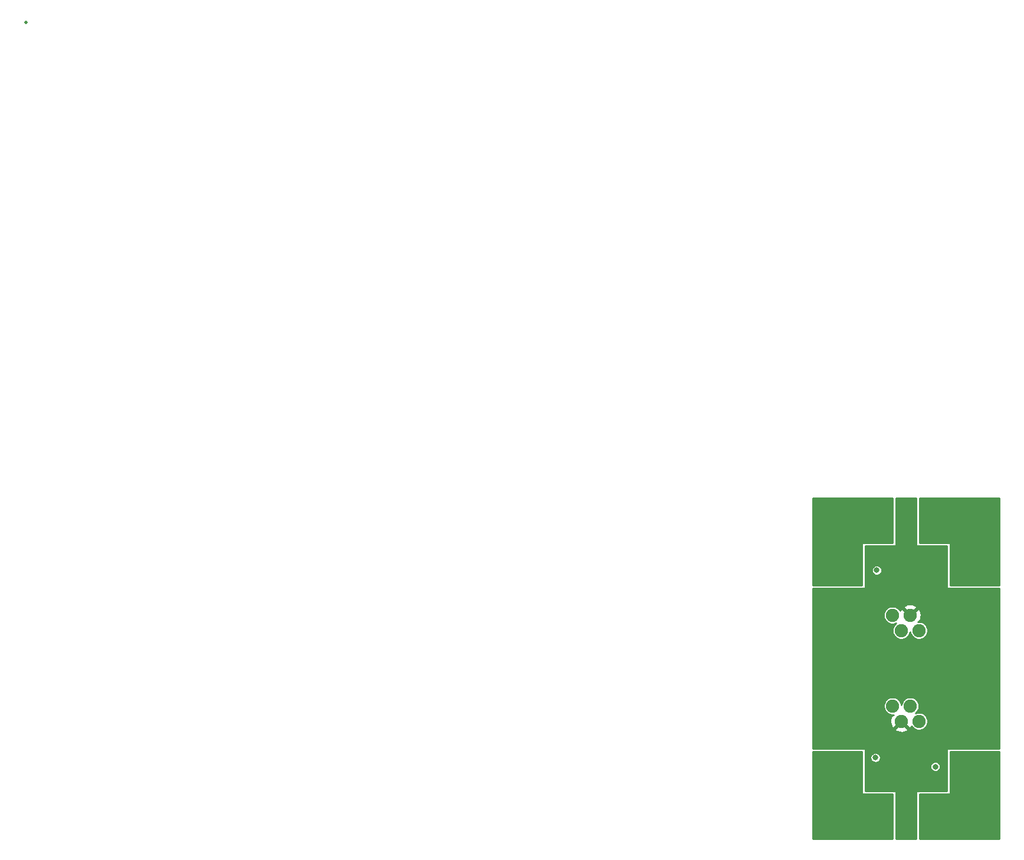
<source format=gbr>
%TF.GenerationSoftware,KiCad,Pcbnew,(5.1.10)-1*%
%TF.CreationDate,2021-07-20T09:59:38-04:00*%
%TF.ProjectId,Smart Tank Current Shunt,536d6172-7420-4546-916e-6b2043757272,rev?*%
%TF.SameCoordinates,Original*%
%TF.FileFunction,Copper,L4,Inr*%
%TF.FilePolarity,Positive*%
%FSLAX46Y46*%
G04 Gerber Fmt 4.6, Leading zero omitted, Abs format (unit mm)*
G04 Created by KiCad (PCBNEW (5.1.10)-1) date 2021-07-20 09:59:38*
%MOMM*%
%LPD*%
G01*
G04 APERTURE LIST*
%TA.AperFunction,ComponentPad*%
%ADD10C,0.500000*%
%TD*%
%TA.AperFunction,ComponentPad*%
%ADD11C,3.100000*%
%TD*%
%TA.AperFunction,ComponentPad*%
%ADD12C,3.099999*%
%TD*%
%TA.AperFunction,ComponentPad*%
%ADD13C,1.900000*%
%TD*%
%TA.AperFunction,ViaPad*%
%ADD14C,0.800000*%
%TD*%
%TA.AperFunction,Conductor*%
%ADD15C,0.254000*%
%TD*%
%TA.AperFunction,Conductor*%
%ADD16C,0.100000*%
%TD*%
G04 APERTURE END LIST*
D10*
%TO.N,Net-(J1-Pad8)*%
%TO.C,REF\u002A\u002A*%
X123060000Y-115760000D03*
%TD*%
%TO.N,Net-(J1-Pad8)*%
%TO.C,REF\u002A\u002A*%
X122160000Y-115760000D03*
%TD*%
%TO.N,Net-(J1-Pad8)*%
%TO.C,REF\u002A\u002A*%
X121260000Y-115760000D03*
%TD*%
%TO.N,Net-(J1-Pad8)*%
%TO.C,REF\u002A\u002A*%
X123060000Y-114860000D03*
%TD*%
%TO.N,Net-(J1-Pad8)*%
%TO.C,REF\u002A\u002A*%
X122160000Y-114860000D03*
%TD*%
%TO.N,Net-(J1-Pad8)*%
%TO.C,REF\u002A\u002A*%
X121260000Y-114860000D03*
%TD*%
%TO.N,Net-(J1-Pad8)*%
%TO.C,REF\u002A\u002A*%
X123060000Y-113960000D03*
%TD*%
%TO.N,Net-(J1-Pad8)*%
%TO.C,REF\u002A\u002A*%
X122160000Y-113960000D03*
%TD*%
%TO.N,Net-(J1-Pad8)*%
%TO.C,REF\u002A\u002A*%
X121260000Y-113960000D03*
%TD*%
%TO.N,Net-(J1-Pad8)*%
%TO.C,REF\u002A\u002A*%
X123060000Y-113060000D03*
%TD*%
%TO.N,Net-(J1-Pad8)*%
%TO.C,REF\u002A\u002A*%
X122160000Y-113060000D03*
%TD*%
%TO.N,Net-(J1-Pad8)*%
%TO.C,REF\u002A\u002A*%
X121260000Y-113060000D03*
%TD*%
%TO.N,Net-(J1-Pad8)*%
%TO.C,REF\u002A\u002A*%
X123060000Y-112160000D03*
%TD*%
%TO.N,Net-(J1-Pad8)*%
%TO.C,REF\u002A\u002A*%
X122160000Y-112160000D03*
%TD*%
%TO.N,Net-(J1-Pad8)*%
%TO.C,REF\u002A\u002A*%
X121260000Y-112160000D03*
%TD*%
%TO.N,Net-(J1-Pad8)*%
%TO.C,REF\u002A\u002A*%
X123060000Y-111260000D03*
%TD*%
%TO.N,Net-(J1-Pad8)*%
%TO.C,REF\u002A\u002A*%
X122160000Y-111260000D03*
%TD*%
%TO.N,Net-(J1-Pad7)*%
%TO.C,REF\u002A\u002A*%
X131300000Y-115750000D03*
%TD*%
%TO.N,Net-(J1-Pad7)*%
%TO.C,REF\u002A\u002A*%
X130400000Y-115750000D03*
%TD*%
%TO.N,Net-(J1-Pad7)*%
%TO.C,REF\u002A\u002A*%
X129500000Y-115750000D03*
%TD*%
%TO.N,Net-(J1-Pad7)*%
%TO.C,REF\u002A\u002A*%
X131300000Y-114850000D03*
%TD*%
%TO.N,Net-(J1-Pad7)*%
%TO.C,REF\u002A\u002A*%
X130400000Y-114850000D03*
%TD*%
%TO.N,Net-(J1-Pad7)*%
%TO.C,REF\u002A\u002A*%
X129500000Y-114850000D03*
%TD*%
%TO.N,Net-(J1-Pad7)*%
%TO.C,REF\u002A\u002A*%
X131300000Y-113950000D03*
%TD*%
%TO.N,Net-(J1-Pad7)*%
%TO.C,REF\u002A\u002A*%
X130400000Y-113950000D03*
%TD*%
%TO.N,Net-(J1-Pad7)*%
%TO.C,REF\u002A\u002A*%
X129500000Y-113950000D03*
%TD*%
%TO.N,Net-(J1-Pad7)*%
%TO.C,REF\u002A\u002A*%
X131300000Y-113050000D03*
%TD*%
%TO.N,Net-(J1-Pad7)*%
%TO.C,REF\u002A\u002A*%
X130400000Y-113050000D03*
%TD*%
%TO.N,Net-(J1-Pad7)*%
%TO.C,REF\u002A\u002A*%
X129500000Y-113050000D03*
%TD*%
%TO.N,Net-(J1-Pad7)*%
%TO.C,REF\u002A\u002A*%
X131300000Y-112150000D03*
%TD*%
%TO.N,Net-(J1-Pad7)*%
%TO.C,REF\u002A\u002A*%
X130400000Y-112150000D03*
%TD*%
%TO.N,Net-(J1-Pad7)*%
%TO.C,REF\u002A\u002A*%
X129500000Y-112150000D03*
%TD*%
%TO.N,Net-(J1-Pad7)*%
%TO.C,REF\u002A\u002A*%
X131300000Y-111250000D03*
%TD*%
%TO.N,Net-(J1-Pad7)*%
%TO.C,REF\u002A\u002A*%
X130400000Y-111250000D03*
%TD*%
%TO.N,Net-(J1-Pad2)*%
%TO.C,REF\u002A\u002A*%
X131300000Y-74350000D03*
%TD*%
%TO.N,Net-(J1-Pad2)*%
%TO.C,REF\u002A\u002A*%
X130400000Y-74350000D03*
%TD*%
%TO.N,Net-(J1-Pad2)*%
%TO.C,REF\u002A\u002A*%
X129500000Y-74350000D03*
%TD*%
%TO.N,Net-(J1-Pad2)*%
%TO.C,REF\u002A\u002A*%
X131300000Y-73450000D03*
%TD*%
%TO.N,Net-(J1-Pad2)*%
%TO.C,REF\u002A\u002A*%
X130400000Y-73450000D03*
%TD*%
%TO.N,Net-(J1-Pad2)*%
%TO.C,REF\u002A\u002A*%
X129500000Y-73450000D03*
%TD*%
%TO.N,Net-(J1-Pad2)*%
%TO.C,REF\u002A\u002A*%
X131300000Y-72550000D03*
%TD*%
%TO.N,Net-(J1-Pad2)*%
%TO.C,REF\u002A\u002A*%
X130400000Y-72550000D03*
%TD*%
%TO.N,Net-(J1-Pad2)*%
%TO.C,REF\u002A\u002A*%
X129500000Y-72550000D03*
%TD*%
%TO.N,Net-(J1-Pad2)*%
%TO.C,REF\u002A\u002A*%
X131300000Y-71650000D03*
%TD*%
%TO.N,Net-(J1-Pad2)*%
%TO.C,REF\u002A\u002A*%
X130400000Y-71650000D03*
%TD*%
%TO.N,Net-(J1-Pad2)*%
%TO.C,REF\u002A\u002A*%
X129500000Y-71650000D03*
%TD*%
%TO.N,Net-(J1-Pad2)*%
%TO.C,REF\u002A\u002A*%
X131300000Y-70750000D03*
%TD*%
%TO.N,Net-(J1-Pad2)*%
%TO.C,REF\u002A\u002A*%
X130400000Y-70750000D03*
%TD*%
%TO.N,Net-(J1-Pad2)*%
%TO.C,REF\u002A\u002A*%
X129500000Y-70750000D03*
%TD*%
%TO.N,Net-(J1-Pad2)*%
%TO.C,REF\u002A\u002A*%
X131300000Y-69850000D03*
%TD*%
%TO.N,Net-(J1-Pad2)*%
%TO.C,REF\u002A\u002A*%
X130400000Y-69850000D03*
%TD*%
%TO.N,Net-(J1-Pad1)*%
%TO.C,REF\u002A\u002A*%
X123070000Y-74360000D03*
%TD*%
%TO.N,Net-(J1-Pad1)*%
%TO.C,REF\u002A\u002A*%
X122170000Y-74360000D03*
%TD*%
%TO.N,Net-(J1-Pad1)*%
%TO.C,REF\u002A\u002A*%
X121270000Y-74360000D03*
%TD*%
%TO.N,Net-(J1-Pad1)*%
%TO.C,REF\u002A\u002A*%
X123070000Y-73460000D03*
%TD*%
%TO.N,Net-(J1-Pad1)*%
%TO.C,REF\u002A\u002A*%
X122170000Y-73460000D03*
%TD*%
%TO.N,Net-(J1-Pad1)*%
%TO.C,REF\u002A\u002A*%
X121270000Y-73460000D03*
%TD*%
%TO.N,Net-(J1-Pad1)*%
%TO.C,REF\u002A\u002A*%
X123070000Y-72560000D03*
%TD*%
%TO.N,Net-(J1-Pad1)*%
%TO.C,REF\u002A\u002A*%
X122170000Y-72560000D03*
%TD*%
%TO.N,Net-(J1-Pad1)*%
%TO.C,REF\u002A\u002A*%
X121270000Y-72560000D03*
%TD*%
%TO.N,Net-(J1-Pad1)*%
%TO.C,REF\u002A\u002A*%
X123070000Y-71660000D03*
%TD*%
%TO.N,Net-(J1-Pad1)*%
%TO.C,REF\u002A\u002A*%
X122170000Y-71660000D03*
%TD*%
%TO.N,Net-(J1-Pad1)*%
%TO.C,REF\u002A\u002A*%
X121270000Y-71660000D03*
%TD*%
%TO.N,Net-(J1-Pad1)*%
%TO.C,REF\u002A\u002A*%
X123070000Y-70760000D03*
%TD*%
%TO.N,Net-(J1-Pad1)*%
%TO.C,REF\u002A\u002A*%
X122170000Y-70760000D03*
%TD*%
%TO.N,Net-(J1-Pad1)*%
%TO.C,REF\u002A\u002A*%
X121270000Y-70760000D03*
%TD*%
%TO.N,Net-(J1-Pad1)*%
%TO.C,REF\u002A\u002A*%
X123070000Y-69860000D03*
%TD*%
%TO.N,Net-(J1-Pad1)*%
%TO.C,REF\u002A\u002A*%
X122170000Y-69860000D03*
%TD*%
%TO.N,Net-(J1-Pad8)*%
%TO.C,REF\u002A\u002A*%
X121260000Y-111260000D03*
%TD*%
%TO.N,Net-(J1-Pad2)*%
%TO.C,REF\u002A\u002A*%
X129500000Y-69850000D03*
%TD*%
%TO.N,Net-(J1-Pad1)*%
%TO.C,REF\u002A\u002A*%
X121270000Y-69860000D03*
%TD*%
%TO.N,Net-(J1-Pad7)*%
%TO.C,REF\u002A\u002A*%
X129500000Y-111250000D03*
%TD*%
%TO.N,N/C*%
%TO.C,REF\u002A\u002A*%
X0Y0D03*
%TD*%
D11*
%TO.N,Net-(J1-Pad1)*%
%TO.C,J1*%
X115740000Y-72300770D03*
X115740000Y-77380770D03*
D12*
%TO.N,Net-(J1-Pad2)*%
X136740000Y-72300770D03*
X136740000Y-77380770D03*
D13*
%TO.N,Net-(J1-Pad3)*%
X124340000Y-85150000D03*
%TO.N,Earth*%
X126880000Y-85150000D03*
%TO.N,Net-(CTRL_AMPS1-Pad5)*%
X125610000Y-87360000D03*
%TO.N,Net-(C1-Pad1)*%
X128150000Y-87360000D03*
D12*
%TO.N,Net-(J1-Pad8)*%
X115750000Y-108160770D03*
X115750000Y-113240770D03*
%TO.N,Net-(J1-Pad7)*%
X136740000Y-108160770D03*
X136740000Y-113240770D03*
D13*
%TO.N,Net-(J1-Pad9)*%
X128150000Y-100400000D03*
%TO.N,Net-(J1-Pad10)*%
X126892132Y-98200000D03*
%TO.N,Earth*%
X125610000Y-100400000D03*
%TO.N,Net-(C2-Pad1)*%
X124352132Y-98200000D03*
%TD*%
D14*
%TO.N,Net-(C2-Pad1)*%
X121900000Y-105600000D03*
%TO.N,Net-(CTRL_AMPS1-Pad5)*%
X122100000Y-78700000D03*
%TO.N,Net-(J1-Pad10)*%
X130500000Y-106900000D03*
%TD*%
D15*
%TO.N,Earth*%
X127773000Y-75100000D02*
X127775440Y-75124776D01*
X127782667Y-75148601D01*
X127794403Y-75170557D01*
X127810197Y-75189803D01*
X127829443Y-75205597D01*
X127851399Y-75217333D01*
X127875224Y-75224560D01*
X127900000Y-75227000D01*
X132173000Y-75227000D01*
X132173000Y-81200000D01*
X132175440Y-81224776D01*
X132182667Y-81248601D01*
X132194403Y-81270557D01*
X132210197Y-81289803D01*
X132229443Y-81305597D01*
X132251399Y-81317333D01*
X132275224Y-81324560D01*
X132300000Y-81327000D01*
X139648000Y-81327000D01*
X139648001Y-104273000D01*
X132300000Y-104273000D01*
X132275224Y-104275440D01*
X132251399Y-104282667D01*
X132229443Y-104294403D01*
X132210197Y-104310197D01*
X132194403Y-104329443D01*
X132182667Y-104351399D01*
X132175440Y-104375224D01*
X132173000Y-104400000D01*
X132173000Y-110373000D01*
X127900000Y-110373000D01*
X127875224Y-110375440D01*
X127851399Y-110382667D01*
X127829443Y-110394403D01*
X127810197Y-110410197D01*
X127794403Y-110429443D01*
X127782667Y-110451399D01*
X127775440Y-110475224D01*
X127773000Y-110500000D01*
X127773000Y-117248000D01*
X124827000Y-117248000D01*
X124827000Y-110500000D01*
X124824560Y-110475224D01*
X124817333Y-110451399D01*
X124805597Y-110429443D01*
X124789803Y-110410197D01*
X124770557Y-110394403D01*
X124748601Y-110382667D01*
X124724776Y-110375440D01*
X124700000Y-110373000D01*
X120427000Y-110373000D01*
X120427000Y-106828397D01*
X129773000Y-106828397D01*
X129773000Y-106971603D01*
X129800938Y-107112058D01*
X129855741Y-107244364D01*
X129935302Y-107363436D01*
X130036564Y-107464698D01*
X130155636Y-107544259D01*
X130287942Y-107599062D01*
X130428397Y-107627000D01*
X130571603Y-107627000D01*
X130712058Y-107599062D01*
X130844364Y-107544259D01*
X130963436Y-107464698D01*
X131064698Y-107363436D01*
X131144259Y-107244364D01*
X131199062Y-107112058D01*
X131227000Y-106971603D01*
X131227000Y-106828397D01*
X131199062Y-106687942D01*
X131144259Y-106555636D01*
X131064698Y-106436564D01*
X130963436Y-106335302D01*
X130844364Y-106255741D01*
X130712058Y-106200938D01*
X130571603Y-106173000D01*
X130428397Y-106173000D01*
X130287942Y-106200938D01*
X130155636Y-106255741D01*
X130036564Y-106335302D01*
X129935302Y-106436564D01*
X129855741Y-106555636D01*
X129800938Y-106687942D01*
X129773000Y-106828397D01*
X120427000Y-106828397D01*
X120427000Y-105528397D01*
X121173000Y-105528397D01*
X121173000Y-105671603D01*
X121200938Y-105812058D01*
X121255741Y-105944364D01*
X121335302Y-106063436D01*
X121436564Y-106164698D01*
X121555636Y-106244259D01*
X121687942Y-106299062D01*
X121828397Y-106327000D01*
X121971603Y-106327000D01*
X122112058Y-106299062D01*
X122244364Y-106244259D01*
X122363436Y-106164698D01*
X122464698Y-106063436D01*
X122544259Y-105944364D01*
X122599062Y-105812058D01*
X122627000Y-105671603D01*
X122627000Y-105528397D01*
X122599062Y-105387942D01*
X122544259Y-105255636D01*
X122464698Y-105136564D01*
X122363436Y-105035302D01*
X122244364Y-104955741D01*
X122112058Y-104900938D01*
X121971603Y-104873000D01*
X121828397Y-104873000D01*
X121687942Y-104900938D01*
X121555636Y-104955741D01*
X121436564Y-105035302D01*
X121335302Y-105136564D01*
X121255741Y-105255636D01*
X121200938Y-105387942D01*
X121173000Y-105528397D01*
X120427000Y-105528397D01*
X120427000Y-104400000D01*
X120424560Y-104375224D01*
X120417333Y-104351399D01*
X120405597Y-104329443D01*
X120389803Y-104310197D01*
X120370557Y-104294403D01*
X120348601Y-104282667D01*
X120324776Y-104275440D01*
X120300000Y-104273000D01*
X112952000Y-104273000D01*
X112952000Y-101499752D01*
X124689853Y-101499752D01*
X124779579Y-101759042D01*
X125060671Y-101894935D01*
X125362873Y-101973379D01*
X125674573Y-101991359D01*
X125983791Y-101948184D01*
X126278644Y-101845513D01*
X126440421Y-101759042D01*
X126530147Y-101499752D01*
X125610000Y-100579605D01*
X124689853Y-101499752D01*
X112952000Y-101499752D01*
X112952000Y-98074226D01*
X123075132Y-98074226D01*
X123075132Y-98325774D01*
X123124206Y-98572487D01*
X123220469Y-98804886D01*
X123360221Y-99014040D01*
X123538092Y-99191911D01*
X123747246Y-99331663D01*
X123979645Y-99427926D01*
X124226358Y-99477000D01*
X124477906Y-99477000D01*
X124502500Y-99472108D01*
X124510246Y-99479854D01*
X124250958Y-99569579D01*
X124115065Y-99850671D01*
X124036621Y-100152873D01*
X124018641Y-100464573D01*
X124061816Y-100773791D01*
X124164487Y-101068644D01*
X124250958Y-101230421D01*
X124510248Y-101320147D01*
X125430395Y-100400000D01*
X125416253Y-100385858D01*
X125595858Y-100206253D01*
X125610000Y-100220395D01*
X125624143Y-100206253D01*
X125803748Y-100385858D01*
X125789605Y-100400000D01*
X126709752Y-101320147D01*
X126969042Y-101230421D01*
X127052998Y-101056760D01*
X127158089Y-101214040D01*
X127335960Y-101391911D01*
X127545114Y-101531663D01*
X127777513Y-101627926D01*
X128024226Y-101677000D01*
X128275774Y-101677000D01*
X128522487Y-101627926D01*
X128754886Y-101531663D01*
X128964040Y-101391911D01*
X129141911Y-101214040D01*
X129281663Y-101004886D01*
X129377926Y-100772487D01*
X129427000Y-100525774D01*
X129427000Y-100274226D01*
X129377926Y-100027513D01*
X129281663Y-99795114D01*
X129141911Y-99585960D01*
X128964040Y-99408089D01*
X128754886Y-99268337D01*
X128522487Y-99172074D01*
X128275774Y-99123000D01*
X128024226Y-99123000D01*
X127777513Y-99172074D01*
X127667924Y-99217467D01*
X127706172Y-99191911D01*
X127884043Y-99014040D01*
X128023795Y-98804886D01*
X128120058Y-98572487D01*
X128169132Y-98325774D01*
X128169132Y-98074226D01*
X128120058Y-97827513D01*
X128023795Y-97595114D01*
X127884043Y-97385960D01*
X127706172Y-97208089D01*
X127497018Y-97068337D01*
X127264619Y-96972074D01*
X127017906Y-96923000D01*
X126766358Y-96923000D01*
X126519645Y-96972074D01*
X126287246Y-97068337D01*
X126078092Y-97208089D01*
X125900221Y-97385960D01*
X125760469Y-97595114D01*
X125664206Y-97827513D01*
X125622132Y-98039034D01*
X125580058Y-97827513D01*
X125483795Y-97595114D01*
X125344043Y-97385960D01*
X125166172Y-97208089D01*
X124957018Y-97068337D01*
X124724619Y-96972074D01*
X124477906Y-96923000D01*
X124226358Y-96923000D01*
X123979645Y-96972074D01*
X123747246Y-97068337D01*
X123538092Y-97208089D01*
X123360221Y-97385960D01*
X123220469Y-97595114D01*
X123124206Y-97827513D01*
X123075132Y-98074226D01*
X112952000Y-98074226D01*
X112952000Y-85024226D01*
X123063000Y-85024226D01*
X123063000Y-85275774D01*
X123112074Y-85522487D01*
X123208337Y-85754886D01*
X123348089Y-85964040D01*
X123525960Y-86141911D01*
X123735114Y-86281663D01*
X123967513Y-86377926D01*
X124214226Y-86427000D01*
X124465774Y-86427000D01*
X124712487Y-86377926D01*
X124893371Y-86303001D01*
X124795960Y-86368089D01*
X124618089Y-86545960D01*
X124478337Y-86755114D01*
X124382074Y-86987513D01*
X124333000Y-87234226D01*
X124333000Y-87485774D01*
X124382074Y-87732487D01*
X124478337Y-87964886D01*
X124618089Y-88174040D01*
X124795960Y-88351911D01*
X125005114Y-88491663D01*
X125237513Y-88587926D01*
X125484226Y-88637000D01*
X125735774Y-88637000D01*
X125982487Y-88587926D01*
X126214886Y-88491663D01*
X126424040Y-88351911D01*
X126601911Y-88174040D01*
X126741663Y-87964886D01*
X126837926Y-87732487D01*
X126880000Y-87520966D01*
X126922074Y-87732487D01*
X127018337Y-87964886D01*
X127158089Y-88174040D01*
X127335960Y-88351911D01*
X127545114Y-88491663D01*
X127777513Y-88587926D01*
X128024226Y-88637000D01*
X128275774Y-88637000D01*
X128522487Y-88587926D01*
X128754886Y-88491663D01*
X128964040Y-88351911D01*
X129141911Y-88174040D01*
X129281663Y-87964886D01*
X129377926Y-87732487D01*
X129427000Y-87485774D01*
X129427000Y-87234226D01*
X129377926Y-86987513D01*
X129281663Y-86755114D01*
X129141911Y-86545960D01*
X128964040Y-86368089D01*
X128754886Y-86228337D01*
X128522487Y-86132074D01*
X128275774Y-86083000D01*
X128024226Y-86083000D01*
X127997854Y-86088246D01*
X127979754Y-86070146D01*
X128239042Y-85980421D01*
X128374935Y-85699329D01*
X128453379Y-85397127D01*
X128471359Y-85085427D01*
X128428184Y-84776209D01*
X128325513Y-84481356D01*
X128239042Y-84319579D01*
X127979752Y-84229853D01*
X127059605Y-85150000D01*
X127073748Y-85164143D01*
X126894143Y-85343748D01*
X126880000Y-85329605D01*
X126865858Y-85343748D01*
X126686253Y-85164143D01*
X126700395Y-85150000D01*
X125780248Y-84229853D01*
X125520958Y-84319579D01*
X125437002Y-84493240D01*
X125331911Y-84335960D01*
X125154040Y-84158089D01*
X124992645Y-84050248D01*
X125959853Y-84050248D01*
X126880000Y-84970395D01*
X127800147Y-84050248D01*
X127710421Y-83790958D01*
X127429329Y-83655065D01*
X127127127Y-83576621D01*
X126815427Y-83558641D01*
X126506209Y-83601816D01*
X126211356Y-83704487D01*
X126049579Y-83790958D01*
X125959853Y-84050248D01*
X124992645Y-84050248D01*
X124944886Y-84018337D01*
X124712487Y-83922074D01*
X124465774Y-83873000D01*
X124214226Y-83873000D01*
X123967513Y-83922074D01*
X123735114Y-84018337D01*
X123525960Y-84158089D01*
X123348089Y-84335960D01*
X123208337Y-84545114D01*
X123112074Y-84777513D01*
X123063000Y-85024226D01*
X112952000Y-85024226D01*
X112952000Y-81327000D01*
X120300000Y-81327000D01*
X120324776Y-81324560D01*
X120348601Y-81317333D01*
X120370557Y-81305597D01*
X120389803Y-81289803D01*
X120405597Y-81270557D01*
X120417333Y-81248601D01*
X120424560Y-81224776D01*
X120427000Y-81200000D01*
X120427000Y-78628397D01*
X121373000Y-78628397D01*
X121373000Y-78771603D01*
X121400938Y-78912058D01*
X121455741Y-79044364D01*
X121535302Y-79163436D01*
X121636564Y-79264698D01*
X121755636Y-79344259D01*
X121887942Y-79399062D01*
X122028397Y-79427000D01*
X122171603Y-79427000D01*
X122312058Y-79399062D01*
X122444364Y-79344259D01*
X122563436Y-79264698D01*
X122664698Y-79163436D01*
X122744259Y-79044364D01*
X122799062Y-78912058D01*
X122827000Y-78771603D01*
X122827000Y-78628397D01*
X122799062Y-78487942D01*
X122744259Y-78355636D01*
X122664698Y-78236564D01*
X122563436Y-78135302D01*
X122444364Y-78055741D01*
X122312058Y-78000938D01*
X122171603Y-77973000D01*
X122028397Y-77973000D01*
X121887942Y-78000938D01*
X121755636Y-78055741D01*
X121636564Y-78135302D01*
X121535302Y-78236564D01*
X121455741Y-78355636D01*
X121400938Y-78487942D01*
X121373000Y-78628397D01*
X120427000Y-78628397D01*
X120427000Y-75227000D01*
X124700000Y-75227000D01*
X124724776Y-75224560D01*
X124748601Y-75217333D01*
X124770557Y-75205597D01*
X124789803Y-75189803D01*
X124805597Y-75170557D01*
X124817333Y-75148601D01*
X124824560Y-75124776D01*
X124827000Y-75100000D01*
X124827000Y-68352000D01*
X127773000Y-68352000D01*
X127773000Y-75100000D01*
%TA.AperFunction,Conductor*%
D16*
G36*
X127773000Y-75100000D02*
G01*
X127775440Y-75124776D01*
X127782667Y-75148601D01*
X127794403Y-75170557D01*
X127810197Y-75189803D01*
X127829443Y-75205597D01*
X127851399Y-75217333D01*
X127875224Y-75224560D01*
X127900000Y-75227000D01*
X132173000Y-75227000D01*
X132173000Y-81200000D01*
X132175440Y-81224776D01*
X132182667Y-81248601D01*
X132194403Y-81270557D01*
X132210197Y-81289803D01*
X132229443Y-81305597D01*
X132251399Y-81317333D01*
X132275224Y-81324560D01*
X132300000Y-81327000D01*
X139648000Y-81327000D01*
X139648001Y-104273000D01*
X132300000Y-104273000D01*
X132275224Y-104275440D01*
X132251399Y-104282667D01*
X132229443Y-104294403D01*
X132210197Y-104310197D01*
X132194403Y-104329443D01*
X132182667Y-104351399D01*
X132175440Y-104375224D01*
X132173000Y-104400000D01*
X132173000Y-110373000D01*
X127900000Y-110373000D01*
X127875224Y-110375440D01*
X127851399Y-110382667D01*
X127829443Y-110394403D01*
X127810197Y-110410197D01*
X127794403Y-110429443D01*
X127782667Y-110451399D01*
X127775440Y-110475224D01*
X127773000Y-110500000D01*
X127773000Y-117248000D01*
X124827000Y-117248000D01*
X124827000Y-110500000D01*
X124824560Y-110475224D01*
X124817333Y-110451399D01*
X124805597Y-110429443D01*
X124789803Y-110410197D01*
X124770557Y-110394403D01*
X124748601Y-110382667D01*
X124724776Y-110375440D01*
X124700000Y-110373000D01*
X120427000Y-110373000D01*
X120427000Y-106828397D01*
X129773000Y-106828397D01*
X129773000Y-106971603D01*
X129800938Y-107112058D01*
X129855741Y-107244364D01*
X129935302Y-107363436D01*
X130036564Y-107464698D01*
X130155636Y-107544259D01*
X130287942Y-107599062D01*
X130428397Y-107627000D01*
X130571603Y-107627000D01*
X130712058Y-107599062D01*
X130844364Y-107544259D01*
X130963436Y-107464698D01*
X131064698Y-107363436D01*
X131144259Y-107244364D01*
X131199062Y-107112058D01*
X131227000Y-106971603D01*
X131227000Y-106828397D01*
X131199062Y-106687942D01*
X131144259Y-106555636D01*
X131064698Y-106436564D01*
X130963436Y-106335302D01*
X130844364Y-106255741D01*
X130712058Y-106200938D01*
X130571603Y-106173000D01*
X130428397Y-106173000D01*
X130287942Y-106200938D01*
X130155636Y-106255741D01*
X130036564Y-106335302D01*
X129935302Y-106436564D01*
X129855741Y-106555636D01*
X129800938Y-106687942D01*
X129773000Y-106828397D01*
X120427000Y-106828397D01*
X120427000Y-105528397D01*
X121173000Y-105528397D01*
X121173000Y-105671603D01*
X121200938Y-105812058D01*
X121255741Y-105944364D01*
X121335302Y-106063436D01*
X121436564Y-106164698D01*
X121555636Y-106244259D01*
X121687942Y-106299062D01*
X121828397Y-106327000D01*
X121971603Y-106327000D01*
X122112058Y-106299062D01*
X122244364Y-106244259D01*
X122363436Y-106164698D01*
X122464698Y-106063436D01*
X122544259Y-105944364D01*
X122599062Y-105812058D01*
X122627000Y-105671603D01*
X122627000Y-105528397D01*
X122599062Y-105387942D01*
X122544259Y-105255636D01*
X122464698Y-105136564D01*
X122363436Y-105035302D01*
X122244364Y-104955741D01*
X122112058Y-104900938D01*
X121971603Y-104873000D01*
X121828397Y-104873000D01*
X121687942Y-104900938D01*
X121555636Y-104955741D01*
X121436564Y-105035302D01*
X121335302Y-105136564D01*
X121255741Y-105255636D01*
X121200938Y-105387942D01*
X121173000Y-105528397D01*
X120427000Y-105528397D01*
X120427000Y-104400000D01*
X120424560Y-104375224D01*
X120417333Y-104351399D01*
X120405597Y-104329443D01*
X120389803Y-104310197D01*
X120370557Y-104294403D01*
X120348601Y-104282667D01*
X120324776Y-104275440D01*
X120300000Y-104273000D01*
X112952000Y-104273000D01*
X112952000Y-101499752D01*
X124689853Y-101499752D01*
X124779579Y-101759042D01*
X125060671Y-101894935D01*
X125362873Y-101973379D01*
X125674573Y-101991359D01*
X125983791Y-101948184D01*
X126278644Y-101845513D01*
X126440421Y-101759042D01*
X126530147Y-101499752D01*
X125610000Y-100579605D01*
X124689853Y-101499752D01*
X112952000Y-101499752D01*
X112952000Y-98074226D01*
X123075132Y-98074226D01*
X123075132Y-98325774D01*
X123124206Y-98572487D01*
X123220469Y-98804886D01*
X123360221Y-99014040D01*
X123538092Y-99191911D01*
X123747246Y-99331663D01*
X123979645Y-99427926D01*
X124226358Y-99477000D01*
X124477906Y-99477000D01*
X124502500Y-99472108D01*
X124510246Y-99479854D01*
X124250958Y-99569579D01*
X124115065Y-99850671D01*
X124036621Y-100152873D01*
X124018641Y-100464573D01*
X124061816Y-100773791D01*
X124164487Y-101068644D01*
X124250958Y-101230421D01*
X124510248Y-101320147D01*
X125430395Y-100400000D01*
X125416253Y-100385858D01*
X125595858Y-100206253D01*
X125610000Y-100220395D01*
X125624143Y-100206253D01*
X125803748Y-100385858D01*
X125789605Y-100400000D01*
X126709752Y-101320147D01*
X126969042Y-101230421D01*
X127052998Y-101056760D01*
X127158089Y-101214040D01*
X127335960Y-101391911D01*
X127545114Y-101531663D01*
X127777513Y-101627926D01*
X128024226Y-101677000D01*
X128275774Y-101677000D01*
X128522487Y-101627926D01*
X128754886Y-101531663D01*
X128964040Y-101391911D01*
X129141911Y-101214040D01*
X129281663Y-101004886D01*
X129377926Y-100772487D01*
X129427000Y-100525774D01*
X129427000Y-100274226D01*
X129377926Y-100027513D01*
X129281663Y-99795114D01*
X129141911Y-99585960D01*
X128964040Y-99408089D01*
X128754886Y-99268337D01*
X128522487Y-99172074D01*
X128275774Y-99123000D01*
X128024226Y-99123000D01*
X127777513Y-99172074D01*
X127667924Y-99217467D01*
X127706172Y-99191911D01*
X127884043Y-99014040D01*
X128023795Y-98804886D01*
X128120058Y-98572487D01*
X128169132Y-98325774D01*
X128169132Y-98074226D01*
X128120058Y-97827513D01*
X128023795Y-97595114D01*
X127884043Y-97385960D01*
X127706172Y-97208089D01*
X127497018Y-97068337D01*
X127264619Y-96972074D01*
X127017906Y-96923000D01*
X126766358Y-96923000D01*
X126519645Y-96972074D01*
X126287246Y-97068337D01*
X126078092Y-97208089D01*
X125900221Y-97385960D01*
X125760469Y-97595114D01*
X125664206Y-97827513D01*
X125622132Y-98039034D01*
X125580058Y-97827513D01*
X125483795Y-97595114D01*
X125344043Y-97385960D01*
X125166172Y-97208089D01*
X124957018Y-97068337D01*
X124724619Y-96972074D01*
X124477906Y-96923000D01*
X124226358Y-96923000D01*
X123979645Y-96972074D01*
X123747246Y-97068337D01*
X123538092Y-97208089D01*
X123360221Y-97385960D01*
X123220469Y-97595114D01*
X123124206Y-97827513D01*
X123075132Y-98074226D01*
X112952000Y-98074226D01*
X112952000Y-85024226D01*
X123063000Y-85024226D01*
X123063000Y-85275774D01*
X123112074Y-85522487D01*
X123208337Y-85754886D01*
X123348089Y-85964040D01*
X123525960Y-86141911D01*
X123735114Y-86281663D01*
X123967513Y-86377926D01*
X124214226Y-86427000D01*
X124465774Y-86427000D01*
X124712487Y-86377926D01*
X124893371Y-86303001D01*
X124795960Y-86368089D01*
X124618089Y-86545960D01*
X124478337Y-86755114D01*
X124382074Y-86987513D01*
X124333000Y-87234226D01*
X124333000Y-87485774D01*
X124382074Y-87732487D01*
X124478337Y-87964886D01*
X124618089Y-88174040D01*
X124795960Y-88351911D01*
X125005114Y-88491663D01*
X125237513Y-88587926D01*
X125484226Y-88637000D01*
X125735774Y-88637000D01*
X125982487Y-88587926D01*
X126214886Y-88491663D01*
X126424040Y-88351911D01*
X126601911Y-88174040D01*
X126741663Y-87964886D01*
X126837926Y-87732487D01*
X126880000Y-87520966D01*
X126922074Y-87732487D01*
X127018337Y-87964886D01*
X127158089Y-88174040D01*
X127335960Y-88351911D01*
X127545114Y-88491663D01*
X127777513Y-88587926D01*
X128024226Y-88637000D01*
X128275774Y-88637000D01*
X128522487Y-88587926D01*
X128754886Y-88491663D01*
X128964040Y-88351911D01*
X129141911Y-88174040D01*
X129281663Y-87964886D01*
X129377926Y-87732487D01*
X129427000Y-87485774D01*
X129427000Y-87234226D01*
X129377926Y-86987513D01*
X129281663Y-86755114D01*
X129141911Y-86545960D01*
X128964040Y-86368089D01*
X128754886Y-86228337D01*
X128522487Y-86132074D01*
X128275774Y-86083000D01*
X128024226Y-86083000D01*
X127997854Y-86088246D01*
X127979754Y-86070146D01*
X128239042Y-85980421D01*
X128374935Y-85699329D01*
X128453379Y-85397127D01*
X128471359Y-85085427D01*
X128428184Y-84776209D01*
X128325513Y-84481356D01*
X128239042Y-84319579D01*
X127979752Y-84229853D01*
X127059605Y-85150000D01*
X127073748Y-85164143D01*
X126894143Y-85343748D01*
X126880000Y-85329605D01*
X126865858Y-85343748D01*
X126686253Y-85164143D01*
X126700395Y-85150000D01*
X125780248Y-84229853D01*
X125520958Y-84319579D01*
X125437002Y-84493240D01*
X125331911Y-84335960D01*
X125154040Y-84158089D01*
X124992645Y-84050248D01*
X125959853Y-84050248D01*
X126880000Y-84970395D01*
X127800147Y-84050248D01*
X127710421Y-83790958D01*
X127429329Y-83655065D01*
X127127127Y-83576621D01*
X126815427Y-83558641D01*
X126506209Y-83601816D01*
X126211356Y-83704487D01*
X126049579Y-83790958D01*
X125959853Y-84050248D01*
X124992645Y-84050248D01*
X124944886Y-84018337D01*
X124712487Y-83922074D01*
X124465774Y-83873000D01*
X124214226Y-83873000D01*
X123967513Y-83922074D01*
X123735114Y-84018337D01*
X123525960Y-84158089D01*
X123348089Y-84335960D01*
X123208337Y-84545114D01*
X123112074Y-84777513D01*
X123063000Y-85024226D01*
X112952000Y-85024226D01*
X112952000Y-81327000D01*
X120300000Y-81327000D01*
X120324776Y-81324560D01*
X120348601Y-81317333D01*
X120370557Y-81305597D01*
X120389803Y-81289803D01*
X120405597Y-81270557D01*
X120417333Y-81248601D01*
X120424560Y-81224776D01*
X120427000Y-81200000D01*
X120427000Y-78628397D01*
X121373000Y-78628397D01*
X121373000Y-78771603D01*
X121400938Y-78912058D01*
X121455741Y-79044364D01*
X121535302Y-79163436D01*
X121636564Y-79264698D01*
X121755636Y-79344259D01*
X121887942Y-79399062D01*
X122028397Y-79427000D01*
X122171603Y-79427000D01*
X122312058Y-79399062D01*
X122444364Y-79344259D01*
X122563436Y-79264698D01*
X122664698Y-79163436D01*
X122744259Y-79044364D01*
X122799062Y-78912058D01*
X122827000Y-78771603D01*
X122827000Y-78628397D01*
X122799062Y-78487942D01*
X122744259Y-78355636D01*
X122664698Y-78236564D01*
X122563436Y-78135302D01*
X122444364Y-78055741D01*
X122312058Y-78000938D01*
X122171603Y-77973000D01*
X122028397Y-77973000D01*
X121887942Y-78000938D01*
X121755636Y-78055741D01*
X121636564Y-78135302D01*
X121535302Y-78236564D01*
X121455741Y-78355636D01*
X121400938Y-78487942D01*
X121373000Y-78628397D01*
X120427000Y-78628397D01*
X120427000Y-75227000D01*
X124700000Y-75227000D01*
X124724776Y-75224560D01*
X124748601Y-75217333D01*
X124770557Y-75205597D01*
X124789803Y-75189803D01*
X124805597Y-75170557D01*
X124817333Y-75148601D01*
X124824560Y-75124776D01*
X124827000Y-75100000D01*
X124827000Y-68352000D01*
X127773000Y-68352000D01*
X127773000Y-75100000D01*
G37*
%TD.AperFunction*%
%TD*%
D15*
%TO.N,Net-(J1-Pad1)*%
X124373000Y-74773000D02*
X120100000Y-74773000D01*
X120075224Y-74775440D01*
X120051399Y-74782667D01*
X120029443Y-74794403D01*
X120010197Y-74810197D01*
X119994403Y-74829443D01*
X119982667Y-74851399D01*
X119975440Y-74875224D01*
X119973000Y-74900000D01*
X119973000Y-80873000D01*
X112952000Y-80873000D01*
X112952000Y-68352000D01*
X124373000Y-68352000D01*
X124373000Y-74773000D01*
%TA.AperFunction,Conductor*%
D16*
G36*
X124373000Y-74773000D02*
G01*
X120100000Y-74773000D01*
X120075224Y-74775440D01*
X120051399Y-74782667D01*
X120029443Y-74794403D01*
X120010197Y-74810197D01*
X119994403Y-74829443D01*
X119982667Y-74851399D01*
X119975440Y-74875224D01*
X119973000Y-74900000D01*
X119973000Y-80873000D01*
X112952000Y-80873000D01*
X112952000Y-68352000D01*
X124373000Y-68352000D01*
X124373000Y-74773000D01*
G37*
%TD.AperFunction*%
%TD*%
D15*
%TO.N,Net-(J1-Pad2)*%
X139648000Y-80873000D02*
X132627000Y-80873000D01*
X132627000Y-74900000D01*
X132624560Y-74875224D01*
X132617333Y-74851399D01*
X132605597Y-74829443D01*
X132589803Y-74810197D01*
X132570557Y-74794403D01*
X132548601Y-74782667D01*
X132524776Y-74775440D01*
X132500000Y-74773000D01*
X128227000Y-74773000D01*
X128227000Y-68352000D01*
X139648000Y-68352000D01*
X139648000Y-80873000D01*
%TA.AperFunction,Conductor*%
D16*
G36*
X139648000Y-80873000D02*
G01*
X132627000Y-80873000D01*
X132627000Y-74900000D01*
X132624560Y-74875224D01*
X132617333Y-74851399D01*
X132605597Y-74829443D01*
X132589803Y-74810197D01*
X132570557Y-74794403D01*
X132548601Y-74782667D01*
X132524776Y-74775440D01*
X132500000Y-74773000D01*
X128227000Y-74773000D01*
X128227000Y-68352000D01*
X139648000Y-68352000D01*
X139648000Y-80873000D01*
G37*
%TD.AperFunction*%
%TD*%
D15*
%TO.N,Net-(J1-Pad8)*%
X119973000Y-110700000D02*
X119975440Y-110724776D01*
X119982667Y-110748601D01*
X119994403Y-110770557D01*
X120010197Y-110789803D01*
X120029443Y-110805597D01*
X120051399Y-110817333D01*
X120075224Y-110824560D01*
X120100000Y-110827000D01*
X124373000Y-110827000D01*
X124373000Y-117248000D01*
X112952000Y-117248000D01*
X112952000Y-104727000D01*
X119973000Y-104727000D01*
X119973000Y-110700000D01*
%TA.AperFunction,Conductor*%
D16*
G36*
X119973000Y-110700000D02*
G01*
X119975440Y-110724776D01*
X119982667Y-110748601D01*
X119994403Y-110770557D01*
X120010197Y-110789803D01*
X120029443Y-110805597D01*
X120051399Y-110817333D01*
X120075224Y-110824560D01*
X120100000Y-110827000D01*
X124373000Y-110827000D01*
X124373000Y-117248000D01*
X112952000Y-117248000D01*
X112952000Y-104727000D01*
X119973000Y-104727000D01*
X119973000Y-110700000D01*
G37*
%TD.AperFunction*%
%TD*%
D15*
%TO.N,Net-(J1-Pad7)*%
X139648001Y-117248000D02*
X128227000Y-117248000D01*
X128227000Y-110827000D01*
X132500000Y-110827000D01*
X132524776Y-110824560D01*
X132548601Y-110817333D01*
X132570557Y-110805597D01*
X132589803Y-110789803D01*
X132605597Y-110770557D01*
X132617333Y-110748601D01*
X132624560Y-110724776D01*
X132627000Y-110700000D01*
X132627000Y-104727000D01*
X139648001Y-104727000D01*
X139648001Y-117248000D01*
%TA.AperFunction,Conductor*%
D16*
G36*
X139648001Y-117248000D02*
G01*
X128227000Y-117248000D01*
X128227000Y-110827000D01*
X132500000Y-110827000D01*
X132524776Y-110824560D01*
X132548601Y-110817333D01*
X132570557Y-110805597D01*
X132589803Y-110789803D01*
X132605597Y-110770557D01*
X132617333Y-110748601D01*
X132624560Y-110724776D01*
X132627000Y-110700000D01*
X132627000Y-104727000D01*
X139648001Y-104727000D01*
X139648001Y-117248000D01*
G37*
%TD.AperFunction*%
%TD*%
M02*

</source>
